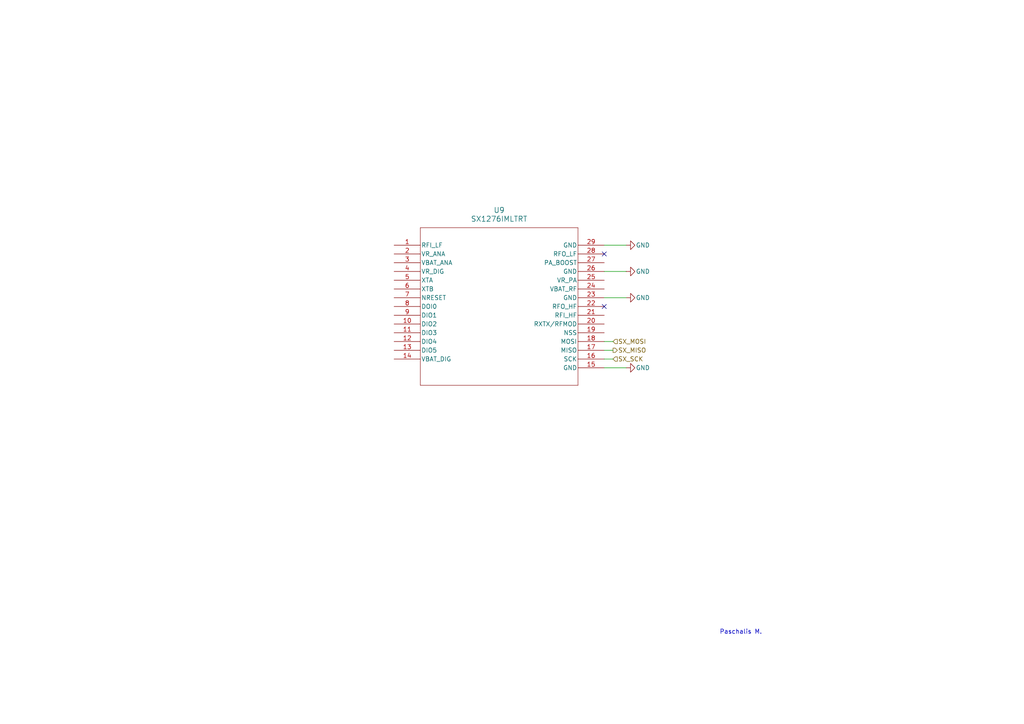
<source format=kicad_sch>
(kicad_sch (version 20231120) (generator "eeschema") (generator_version "8.0")
  (paper "A4")
  (title_block (title "SX1276 (137 MHz to 1020 MHz Low Power Long Range Transceiver)") (date "06-01-2025") (rev "1.0") (company "https://github.com/Paschalis") (comment 2 "capabilities in LoRa communication, making it ideal for reliable telemetry.") (comment 3 "The SX1276 is used for its long-range, low-power, and high-performance "))
  (lib_symbols
    (symbol "SX1276IMLTRT:SX1276IMLTRT" (pin_names (offset 0.254))
      (property "Reference" "U9" (at 30.48 10.16 0))
      (property "Value" "SX1276IMLTRT" (at 30.48 7.62 0))
      (symbol "SX1276IMLTRT_0_1"
        (polyline (pts (xy 7.62 -40.64) (xy 53.34 -40.64)) (stroke (width 0.127)))
        (polyline (pts (xy 7.62 5.08) (xy 7.62 -40.64)) (stroke (width 0.127)))
        (polyline (pts (xy 53.34 -40.64) (xy 53.34 5.08)) (stroke (width 0.127)))
        (polyline (pts (xy 53.34 5.08) (xy 7.62 5.08)) (stroke (width 0.127)))
        (pin input line (at 0 0 0) (length 7.62) (name "RFI_LF") (number "1"))
        (pin bidirectional line (at 0 -22.86 0) (length 7.62) (name "DIO2") (number "10"))
        (pin bidirectional line (at 0 -25.4 0) (length 7.62) (name "DIO3") (number "11"))
        (pin bidirectional line (at 0 -27.94 0) (length 7.62) (name "DIO4") (number "12"))
        (pin bidirectional line (at 0 -30.48 0) (length 7.62) (name "DIO5") (number "13"))
        (pin power_in line (at 0 -33.02 0) (length 7.62) (name "VBAT_DIG") (number "14"))
        (pin power_out line (at 60.96 -35.56 180) (length 7.62) (name "GND") (number "15"))
        (pin input line (at 60.96 -33.02 180) (length 7.62) (name "SCK") (number "16"))
        (pin output line (at 60.96 -30.48 180) (length 7.62) (name "MISO") (number "17"))
        (pin input line (at 60.96 -27.94 180) (length 7.62) (name "MOSI") (number "18"))
        (pin input line (at 60.96 -25.4 180) (length 7.62) (name "NSS") (number "19"))
        (pin power_in line (at 0 -2.54 0) (length 7.62) (name "VR_ANA") (number "2"))
        (pin output line (at 60.96 -22.86 180) (length 7.62) (name "RXTX/RFMOD") (number "20"))
        (pin input line (at 60.96 -20.32 180) (length 7.62) (name "RFI_HF") (number "21"))
        (pin output line (at 60.96 -17.78 180) (length 7.62) (name "RFO_HF") (number "22"))
        (pin power_out line (at 60.96 -15.24 180) (length 7.62) (name "GND") (number "23"))
        (pin power_in line (at 60.96 -12.7 180) (length 7.62) (name "VBAT_RF") (number "24"))
        (pin power_in line (at 60.96 -10.16 180) (length 7.62) (name "VR_PA") (number "25"))
        (pin power_out line (at 60.96 -7.62 180) (length 7.62) (name "GND") (number "26"))
        (pin output line (at 60.96 -5.08 180) (length 7.62) (name "PA_BOOST") (number "27"))
        (pin output line (at 60.96 -2.54 180) (length 7.62) (name "RFO_LF") (number "28"))
        (pin power_out line (at 60.96 0 180) (length 7.62) (name "GND") (number "29"))
        (pin power_in line (at 0 -5.08 0) (length 7.62) (name "VBAT_ANA") (number "3"))
        (pin power_in line (at 0 -7.62 0) (length 7.62) (name "VR_DIG") (number "4"))
        (pin bidirectional line (at 0 -10.16 0) (length 7.62) (name "XTA") (number "5"))
        (pin bidirectional line (at 0 -12.7 0) (length 7.62) (name "XTB") (number "6"))
        (pin input line (at 0 -15.24 0) (length 7.62) (name "NRESET") (number "7"))
        (pin unspecified line (at 0 -17.78 0) (length 7.62) (name "DOI0") (number "8"))
        (pin bidirectional line (at 0 -20.32 0) (length 7.62) (name "DIO1") (number "9"))
      )
    )
    (symbol "power:GND" (power) (pin_numbers hide) (pin_names (offset 0) hide)
      (property "Value" "GND" (at 0 -3.81 0))
      (symbol "GND_0_1"
        (polyline (pts (xy 0 0) (xy 0 -1.27) (xy 1.27 -1.27) (xy 0 -2.54) (xy -1.27 -1.27) (xy 0 -1.27)))
      )
      (symbol "GND_1_1"
        (pin power_in line (at 0 0 270) (length 0) (name "~") (number "1"))
      )
    )
  )
  (no_connect (at 175.26 88.9))
  (no_connect (at 175.26 73.66))
  (wire (pts (xy 175.26 106.68) (xy 181.61 106.68)))
  (wire (pts (xy 175.26 99.06) (xy 177.8 99.06)))
  (wire (pts (xy 175.26 86.36) (xy 181.61 86.36)))
  (wire (pts (xy 175.26 101.6) (xy 177.8 101.6)))
  (wire (pts (xy 175.26 104.14) (xy 177.8 104.14)))
  (wire (pts (xy 175.26 78.74) (xy 181.61 78.74)))
  (wire (pts (xy 175.26 71.12) (xy 181.61 71.12)))
  (text "Paschalis M." (at 214.884 183.388 0) (effects (font (size 1.27 1.27))))
  (hierarchical_label "SX_MOSI" (shape input) (at 177.8 99.06 0))
  (hierarchical_label "SX_SCK" (shape input) (at 177.8 104.14 0))
  (hierarchical_label "SX_MISO" (shape output) (at 177.8 101.6 0))
  (symbol (lib_id "power:GND") (at 181.61 106.68 90) (unit 1)
    (property "Reference" "#PWR043" (effects (hide yes)))
    (property "Value" "GND" (at 184.404 106.68 90) (effects (justify right)))
    (property "Description" "Power symbol creates a global label with name \"GND\" , ground" (effects (hide yes)))
  )
  (symbol (lib_id "power:GND") (at 181.61 78.74 90) (unit 1)
    (property "Reference" "#PWR046" (effects (hide yes)))
    (property "Value" "GND" (at 184.404 78.74 90) (effects (justify right)))
    (property "Description" "Power symbol creates a global label with name \"GND\" , ground" (effects (hide yes)))
  )
  (symbol (lib_id "SX1276IMLTRT:SX1276IMLTRT") (at 114.3 71.12 0) (unit 1)
    (property "Reference" "U9" (at 144.78 60.96 0) (effects (font (size 1.524 1.524))))
    (property "Value" "SX1276IMLTRT" (at 144.78 63.5 0) (effects (font (size 1.524 1.524))))
    (property "Footprint" "SX1276IMLTRT" (effects (hide yes)))
    (property "Datasheet" "SX1276IMLTRT" (effects (hide yes)))
  )
  (symbol (lib_id "power:GND") (at 181.61 71.12 90) (unit 1)
    (property "Reference" "#PWR045" (effects (hide yes)))
    (property "Value" "GND" (at 184.404 71.12 90) (effects (justify right)))
    (property "Description" "Power symbol creates a global label with name \"GND\" , ground" (effects (hide yes)))
  )
  (symbol (lib_id "power:GND") (at 181.61 86.36 90) (unit 1)
    (property "Reference" "#PWR047" (effects (hide yes)))
    (property "Value" "GND" (at 184.404 86.36 90) (effects (justify right)))
    (property "Description" "Power symbol creates a global label with name \"GND\" , ground" (effects (hide yes)))
  )
)
</source>
